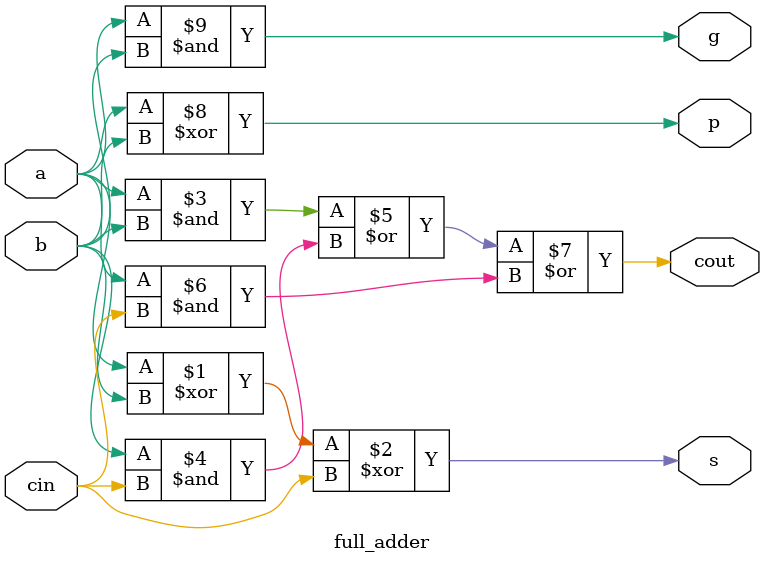
<source format=sv>

module full_adder (input logic a, b, cin,
						output logic s, cout, p, g);
	assign s = a^b^cin;
	assign cout = (a&b)|(b&cin)|(a&cin);
	assign p = (a^b);
	assign g = (a&b);
endmodule


</source>
